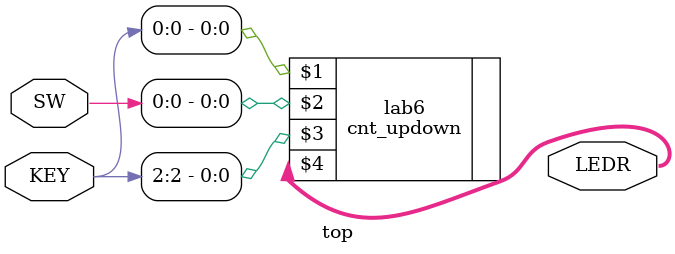
<source format=v>

module top (SW, KEY, LEDR);

    input wire [9:0] SW;        // DE-series switches
    input wire [3:0] KEY;       // DE-series pushbuttons

    output wire [9:0] LEDR;     // DE-series LEDs   

    cnt_updown lab6 (KEY[0], SW[0], KEY[2], LEDR);
 
endmodule


</source>
